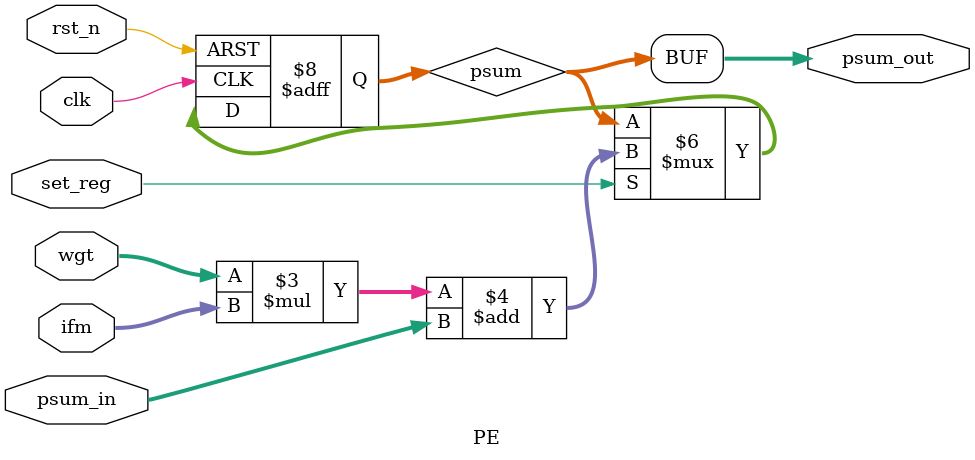
<source format=v>
module PE #(parameter WEIGHT_WIDTH = 8, IFM_WIDTH = 8, PSUM_WIDTH = 16, POOLING = 0)(
    clk,
    rst_n,
    set_reg,
		ifm,
		wgt,
		psum_in,
		psum_out
		);

	input clk    ;  
	input rst_n  ;
	input set_reg;
	input  signed [IFM_WIDTH-1:0   ] ifm      ;
	input  signed [WEIGHT_WIDTH-1:0] wgt      ;
	input  signed [PSUM_WIDTH-1:0  ] psum_in  ;
	output signed [PSUM_WIDTH-1:0  ] psum_out ;
	
	reg  signed [PSUM_WIDTH-1:0] psum         ;

  always @(posedge clk or negedge rst_n)
  begin
    if (!rst_n)
      psum <= 0;
    else 
    begin
      if (set_reg)
      begin
        if (POOLING)
          psum <= (ifm > psum_in) ? ifm : psum_in;
        else
          psum <= wgt * ifm + psum_in;
      end
      else
        psum <= psum;
    end
  end

	assign psum_out = psum;
endmodule

</source>
